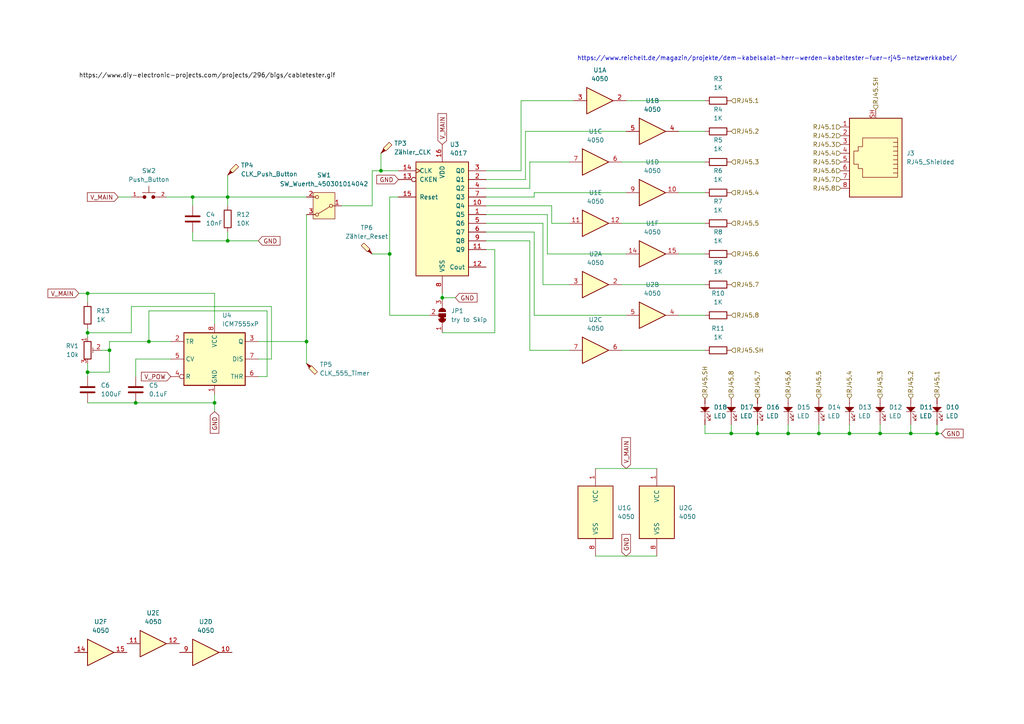
<source format=kicad_sch>
(kicad_sch (version 20250114) (generator "eeschema") (generator_version "9.0")
  (paper "A4")
  (lib_symbols
    (symbol "4xxx:4017" (pin_names (offset 1.016))
      (property "Reference" "U" (at -7.62 16.51 0))
      (property "Value" "4017" (at -7.62 -19.05 0))
      (symbol "4017_1_0"
        (pin input clock (at -12.7 12.7 0) (length 5.08) (name "CLK") (number "14"))
        (pin input inverted (at -12.7 10.16 0) (length 5.08) (name "CKEN") (number "13"))
        (pin input line (at -12.7 5.08 0) (length 5.08) (name "Reset") (number "15"))
        (pin power_in line (at 0 20.32 270) (length 5.08) (name "VDD") (number "16"))
        (pin power_in line (at 0 -22.86 90) (length 5.08) (name "VSS") (number "8"))
        (pin output line (at 12.7 12.7 180) (length 5.08) (name "Q0") (number "3"))
        (pin output line (at 12.7 10.16 180) (length 5.08) (name "Q1") (number "2"))
        (pin output line (at 12.7 7.62 180) (length 5.08) (name "Q2") (number "4"))
        (pin output line (at 12.7 5.08 180) (length 5.08) (name "Q3") (number "7"))
        (pin output line (at 12.7 2.54 180) (length 5.08) (name "Q4") (number "10"))
        (pin output line (at 12.7 0 180) (length 5.08) (name "Q5") (number "1"))
        (pin output line (at 12.7 -2.54 180) (length 5.08) (name "Q6") (number "5"))
        (pin output line (at 12.7 -5.08 180) (length 5.08) (name "Q7") (number "6"))
        (pin output line (at 12.7 -7.62 180) (length 5.08) (name "Q8") (number "9"))
        (pin output line (at 12.7 -10.16 180) (length 5.08) (name "Q9") (number "11"))
        (pin output line (at 12.7 -15.24 180) (length 5.08) (name "Cout") (number "12"))
      )
      (symbol "4017_1_1"
        (rectangle (start -7.62 15.24) (end 7.62 -17.78) (stroke (width 0.254)) (fill (type background)))
      )
    )
    (symbol "4xxx:4050" (pin_names (offset 1.016))
      (property "Reference" "U" (at 0 1.27 0))
      (property "Value" "4050" (at 0 -1.27 0))
      (symbol "4050_1_0"
        (polyline (pts (xy -3.81 3.81) (xy -3.81 -3.81) (xy 3.81 0) (xy -3.81 3.81)) (stroke (width 0.254)) (fill (type background)))
        (pin input line (at -7.62 0 0) (length 3.81) (name "~") (number "3"))
        (pin output line (at 7.62 0 180) (length 3.81) (name "~") (number "2"))
      )
      (symbol "4050_2_0"
        (polyline (pts (xy -3.81 3.81) (xy -3.81 -3.81) (xy 3.81 0) (xy -3.81 3.81)) (stroke (width 0.254)) (fill (type background)))
        (pin input line (at -7.62 0 0) (length 3.81) (name "~") (number "5"))
        (pin output line (at 7.62 0 180) (length 3.81) (name "~") (number "4"))
      )
      (symbol "4050_3_0"
        (polyline (pts (xy -3.81 3.81) (xy -3.81 -3.81) (xy 3.81 0) (xy -3.81 3.81)) (stroke (width 0.254)) (fill (type background)))
        (pin input line (at -7.62 0 0) (length 3.81) (name "~") (number "7"))
        (pin output line (at 7.62 0 180) (length 3.81) (name "~") (number "6"))
      )
      (symbol "4050_4_0"
        (polyline (pts (xy -3.81 3.81) (xy -3.81 -3.81) (xy 3.81 0) (xy -3.81 3.81)) (stroke (width 0.254)) (fill (type background)))
        (pin input line (at -7.62 0 0) (length 3.81) (name "~") (number "9"))
        (pin output line (at 7.62 0 180) (length 3.81) (name "~") (number "10"))
      )
      (symbol "4050_5_0"
        (polyline (pts (xy -3.81 3.81) (xy -3.81 -3.81) (xy 3.81 0) (xy -3.81 3.81)) (stroke (width 0.254)) (fill (type background)))
        (pin input line (at -7.62 0 0) (length 3.81) (name "~") (number "11"))
        (pin output line (at 7.62 0 180) (length 3.81) (name "~") (number "12"))
      )
      (symbol "4050_6_0"
        (polyline (pts (xy -3.81 3.81) (xy -3.81 -3.81) (xy 3.81 0) (xy -3.81 3.81)) (stroke (width 0.254)) (fill (type background)))
        (pin input line (at -7.62 0 0) (length 3.81) (name "~") (number "14"))
        (pin output line (at 7.62 0 180) (length 3.81) (name "~") (number "15"))
      )
      (symbol "4050_7_0"
        (pin power_in line (at 0 12.7 270) (length 5.08) (name "VCC") (number "1"))
        (pin power_in line (at 0 -12.7 90) (length 5.08) (name "VSS") (number "8"))
      )
      (symbol "4050_7_1"
        (rectangle (start -5.08 7.62) (end 5.08 -7.62) (stroke (width 0.254)) (fill (type background)))
      )
    )
    (symbol "Connector:RJ45_Shielded" (pin_names (offset 1.016))
      (property "Reference" "J" (at -5.08 13.97 0))
      (property "Value" "RJ45_Shielded" (at 2.54 13.97 0))
      (symbol "RJ45_Shielded_0_1"
        (polyline (pts (xy -6.35 1.905) (xy -5.08 1.905) (xy -5.08 1.905)))
        (polyline (pts (xy -6.35 0.635) (xy -5.08 0.635) (xy -5.08 0.635)))
        (polyline (pts (xy -6.35 -0.635) (xy -5.08 -0.635) (xy -5.08 -0.635)))
        (polyline (pts (xy -6.35 -1.905) (xy -5.08 -1.905) (xy -5.08 -1.905)))
        (polyline (pts (xy -6.35 -3.175) (xy -5.08 -3.175) (xy -5.08 -3.175)))
        (polyline (pts (xy -6.35 -4.445) (xy -6.35 6.985) (xy 3.81 6.985) (xy 3.81 4.445) (xy 5.08 4.445) (xy 5.08 3.175) (xy 6.35 3.175) (xy 6.35 -0.635) (xy 5.08 -0.635) (xy 5.08 -1.905) (xy 3.81 -1.905) (xy 3.81 -4.445) (xy -6.35 -4.445) (xy -6.35 -4.445)))
        (polyline (pts (xy -5.08 5.715) (xy -6.35 5.715)))
        (polyline (pts (xy -5.08 4.445) (xy -6.35 4.445)))
        (polyline (pts (xy -5.08 3.175) (xy -6.35 3.175) (xy -6.35 3.175)))
        (rectangle (start 7.62 12.7) (end -7.62 -10.16) (stroke (width 0.254)) (fill (type background)))
      )
      (symbol "RJ45_Shielded_1_1"
        (pin passive line (at 0 -12.7 90) (length 2.54) (name "~") (number "SH"))
        (pin passive line (at 10.16 10.16 180) (length 2.54) (name "~") (number "8"))
        (pin passive line (at 10.16 7.62 180) (length 2.54) (name "~") (number "7"))
        (pin passive line (at 10.16 5.08 180) (length 2.54) (name "~") (number "6"))
        (pin passive line (at 10.16 2.54 180) (length 2.54) (name "~") (number "5"))
        (pin passive line (at 10.16 0 180) (length 2.54) (name "~") (number "4"))
        (pin passive line (at 10.16 -2.54 180) (length 2.54) (name "~") (number "3"))
        (pin passive line (at 10.16 -5.08 180) (length 2.54) (name "~") (number "2"))
        (pin passive line (at 10.16 -7.62 180) (length 2.54) (name "~") (number "1"))
      )
    )
    (symbol "Connector:TestPoint_Probe" (pin_numbers (hide yes)) (pin_names (offset 0.762) (hide yes))
      (property "Reference" "TP" (at 1.651 5.842 0))
      (property "Value" "TestPoint_Probe" (at 1.651 4.064 0))
      (symbol "TestPoint_Probe_0_1"
        (polyline (pts (xy 1.27 0.762) (xy 0 0) (xy 0.762 1.27) (xy 1.27 0.762)) (fill (type outline)))
        (polyline (pts (xy 1.397 0.635) (xy 0.635 1.397) (xy 2.413 3.175) (xy 3.175 2.413) (xy 1.397 0.635)) (fill (type background)))
      )
      (symbol "TestPoint_Probe_1_1"
        (pin passive line (at 0 0 90) (length 0) (name "1") (number "1"))
      )
    )
    (symbol "Device:C" (pin_numbers (hide yes)) (pin_names (offset 0.254))
      (property "Reference" "C" (at 0.635 2.54 0))
      (property "Value" "C" (at 0.635 -2.54 0))
      (symbol "C_0_1"
        (polyline (pts (xy -2.032 0.762) (xy 2.032 0.762)) (stroke (width 0.508)))
        (polyline (pts (xy -2.032 -0.762) (xy 2.032 -0.762)) (stroke (width 0.508)))
      )
      (symbol "C_1_1"
        (pin passive line (at 0 3.81 270) (length 2.794) (name "~") (number "1"))
        (pin passive line (at 0 -3.81 90) (length 2.794) (name "~") (number "2"))
      )
    )
    (symbol "Device:R" (pin_numbers (hide yes)) (pin_names (offset 0))
      (property "Reference" "R" (at 2.032 0 90))
      (property "Value" "R" (at 0 0 90))
      (symbol "R_0_1"
        (rectangle (start -1.016 -2.54) (end 1.016 2.54) (stroke (width 0.254)))
      )
      (symbol "R_1_1"
        (pin passive line (at 0 3.81 270) (length 1.27) (name "~") (number "1"))
        (pin passive line (at 0 -3.81 90) (length 1.27) (name "~") (number "2"))
      )
    )
    (symbol "Device:R_Potentiometer_Trim" (pin_names (offset 1.016) (hide yes))
      (property "Reference" "RV" (at -4.445 0 90))
      (property "Value" "R_Potentiometer_Trim" (at -2.54 0 90))
      (symbol "R_Potentiometer_Trim_0_1"
        (rectangle (start 1.016 2.54) (end -1.016 -2.54) (stroke (width 0.254)))
        (polyline (pts (xy 1.524 0.762) (xy 1.524 -0.762)))
        (polyline (pts (xy 2.54 0) (xy 1.524 0)))
      )
      (symbol "R_Potentiometer_Trim_1_1"
        (pin passive line (at 0 3.81 270) (length 1.27) (name "1") (number "1"))
        (pin passive line (at 0 -3.81 90) (length 1.27) (name "3") (number "3"))
        (pin passive line (at 3.81 0 180) (length 1.27) (name "2") (number "2"))
      )
    )
    (symbol "Jumper:SolderJumper_3_Bridged12" (pin_names (offset 0) (hide yes)) (exclude_from_sim yes) (in_bom no)
      (property "Reference" "JP" (at -2.54 -2.54 0))
      (property "Value" "SolderJumper_3_Bridged12" (at 0 2.794 0))
      (symbol "SolderJumper_3_Bridged12_0_1"
        (polyline (pts (xy -2.54 0) (xy -2.032 0)))
        (polyline (pts (xy -1.016 1.016) (xy -1.016 -1.016)))
        (rectangle (start -1.016 0.508) (end -0.508 -0.508) (fill (type outline)))
        (arc (start -1.016 -1.016) (mid -2.0276 0) (end -1.016 1.016))
        (arc (start -1.016 -1.016) (mid -2.0276 0) (end -1.016 1.016) (fill (type outline)))
        (rectangle (start -0.508 1.016) (end 0.508 -1.016) (fill (type outline)))
        (polyline (pts (xy 0 -1.27) (xy 0 -1.016)))
        (arc (start 1.016 1.016) (mid 2.0276 0) (end 1.016 -1.016))
        (arc (start 1.016 1.016) (mid 2.0276 0) (end 1.016 -1.016) (fill (type outline)))
        (polyline (pts (xy 1.016 1.016) (xy 1.016 -1.016)))
        (polyline (pts (xy 2.54 0) (xy 2.032 0)))
      )
      (symbol "SolderJumper_3_Bridged12_1_1"
        (pin passive line (at -5.08 0 0) (length 2.54) (name "A") (number "1"))
        (pin passive line (at 0 -3.81 90) (length 2.54) (name "C") (number "2"))
        (pin passive line (at 5.08 0 180) (length 2.54) (name "B") (number "3"))
      )
    )
    (symbol "PCM_SL_Devices:LED"
      (property "Reference" "D" (at -0.508 5.334 0))
      (property "Value" "LED" (at -0.508 2.794 0))
      (symbol "LED_0_1"
        (polyline (pts (xy -1.27 0) (xy -2.54 0)))
        (polyline (pts (xy 0 1.27) (xy 0 -1.27)))
        (polyline (pts (xy 0 0) (xy -1.27 -1.27) (xy -1.27 1.27) (xy 0 0) (xy 1.27 0)) (fill (type outline)))
        (polyline (pts (xy 0.508 0.508) (xy 1.524 1.524)))
        (polyline (pts (xy 1.27 0) (xy 2.54 0)))
        (polyline (pts (xy 1.524 1.524) (xy 0.889 1.524)))
        (polyline (pts (xy 1.524 1.524) (xy 1.524 0.889)))
        (polyline (pts (xy 1.524 0.508) (xy 2.54 1.524)))
        (polyline (pts (xy 2.54 1.524) (xy 1.905 1.524)))
        (polyline (pts (xy 2.54 1.524) (xy 2.54 0.889)))
      )
      (symbol "LED_1_1"
        (pin passive line (at -3.81 0 0) (length 1.5) (name "") (number "2"))
        (pin passive line (at 3.81 0 180) (length 1.5) (name "~") (number "1"))
      )
    )
    (symbol "PCM_SL_Devices:Push_Button"
      (property "Reference" "SW" (at 0 6.35 0))
      (property "Value" "Push_Button" (at 0 4.445 0))
      (symbol "Push_Button_0_1"
        (polyline (pts (xy -3.175 0) (xy -1.778 0)))
        (polyline (pts (xy -1.905 1.27) (xy 1.905 1.27)))
        (circle (center -1.27 0) (radius 0.4579) (fill (type outline)))
        (polyline (pts (xy 0 1.27) (xy 0 3.175)))
        (circle (center 1.27 0) (radius 0.4579) (fill (type outline)))
        (polyline (pts (xy 1.778 0) (xy 3.175 0)))
      )
      (symbol "Push_Button_1_1"
        (pin passive line (at -5.08 0 0) (length 2) (name "") (number "1"))
        (pin passive line (at 5.08 0 180) (length 2) (name "") (number "2"))
      )
    )
    (symbol "Switch:SW_Wuerth_450301014042" (pin_names (offset 1) (hide yes))
      (property "Reference" "SW" (at 0 5.08 0))
      (property "Value" "SW_Wuerth_450301014042" (at 0 -5.08 0))
      (symbol "SW_Wuerth_450301014042_0_1"
        (circle (center -2.032 0) (radius 0.4572))
        (polyline (pts (xy -1.651 0.254) (xy 1.651 2.286)))
        (circle (center 2.032 2.54) (radius 0.4572))
        (circle (center 2.032 -2.54) (radius 0.4572))
      )
      (symbol "SW_Wuerth_450301014042_1_1"
        (rectangle (start -3.175 3.81) (end 3.175 -3.81) (fill (type background)))
        (pin passive line (at -5.08 0 0) (length 2.54) (name "B") (number "1"))
        (pin passive line (at 5.08 2.54 180) (length 2.54) (name "A") (number "3"))
        (pin passive line (at 5.08 -2.54 180) (length 2.54) (name "C") (number "2"))
      )
    )
    (symbol "Timer:ICM7555xP"
      (property "Reference" "U" (at -10.16 8.89 0))
      (property "Value" "ICM7555xP" (at 2.54 8.89 0))
      (symbol "ICM7555xP_0_0"
        (pin power_in line (at 0 10.16 270) (length 2.54) (name "VCC") (number "8"))
        (pin power_in line (at 0 -10.16 90) (length 2.54) (name "GND") (number "1"))
      )
      (symbol "ICM7555xP_0_1"
        (rectangle (start -8.89 -7.62) (end 8.89 7.62) (stroke (width 0.254)) (fill (type background)))
        (rectangle (start -8.89 -7.62) (end 8.89 7.62) (stroke (width 0.254)) (fill (type background)))
      )
      (symbol "ICM7555xP_1_1"
        (pin input line (at -12.7 5.08 0) (length 3.81) (name "TR") (number "2"))
        (pin input line (at -12.7 0 0) (length 3.81) (name "CV") (number "5"))
        (pin input inverted (at -12.7 -5.08 0) (length 3.81) (name "R") (number "4"))
        (pin output line (at 12.7 5.08 180) (length 3.81) (name "Q") (number "3"))
        (pin input line (at 12.7 0 180) (length 3.81) (name "DIS") (number "7"))
        (pin input line (at 12.7 -5.08 180) (length 3.81) (name "THR") (number "6"))
      )
    )
  )
  (text "https://www.reichelt.de/magazin/projekte/dem-kabelsalat-herr-werden-kabeltester-fuer-rj45-netzwerkkabel/" (at 222.504 17.018 0) (effects (font (size 1.27 1.27))))
  (junction (at 219.71 125.73))
  (junction (at 25.4 85.09))
  (junction (at 113.03 73.66))
  (junction (at 55.88 57.15))
  (junction (at 264.16 125.73))
  (junction (at 228.6 125.73))
  (junction (at 255.27 125.73))
  (junction (at 31.75 101.6))
  (junction (at 246.38 125.73))
  (junction (at 39.37 116.84))
  (junction (at 88.9 99.06))
  (junction (at 25.4 96.52))
  (junction (at 110.49 49.53))
  (junction (at 128.27 86.36))
  (junction (at 212.09 125.73))
  (junction (at 25.4 107.95))
  (junction (at 66.04 57.15))
  (junction (at 62.23 116.84))
  (junction (at 43.18 99.06))
  (junction (at 237.49 125.73))
  (junction (at 271.78 125.73))
  (junction (at 66.04 69.85))
  (wire (pts (xy 77.47 90.17) (xy 43.18 90.17)))
  (wire (pts (xy 55.88 59.69) (xy 55.88 57.15)))
  (wire (pts (xy 154.94 55.88) (xy 181.61 55.88)))
  (wire (pts (xy 128.27 85.09) (xy 128.27 86.36)))
  (wire (pts (xy 113.03 57.15) (xy 113.03 73.66)))
  (wire (pts (xy 39.37 116.84) (xy 62.23 116.84)))
  (wire (pts (xy 66.04 57.15) (xy 66.04 59.69)))
  (wire (pts (xy 153.67 69.85) (xy 153.67 101.6)))
  (wire (pts (xy 29.21 101.6) (xy 31.75 101.6)))
  (wire (pts (xy 31.75 107.95) (xy 25.4 107.95)))
  (wire (pts (xy 22.86 85.09) (xy 25.4 85.09)))
  (wire (pts (xy 140.97 69.85) (xy 153.67 69.85)))
  (wire (pts (xy 25.4 116.84) (xy 39.37 116.84)))
  (wire (pts (xy 154.94 91.44) (xy 181.61 91.44)))
  (wire (pts (xy 151.13 29.21) (xy 166.37 29.21)))
  (wire (pts (xy 99.06 59.69) (xy 107.95 59.69)))
  (wire (pts (xy 88.9 62.23) (xy 88.9 99.06)))
  (wire (pts (xy 25.4 95.25) (xy 25.4 96.52)))
  (wire (pts (xy 74.93 99.06) (xy 88.9 99.06)))
  (wire (pts (xy 110.49 49.53) (xy 115.57 49.53)))
  (wire (pts (xy 140.97 54.61) (xy 153.67 54.61)))
  (wire (pts (xy 264.16 125.73) (xy 271.78 125.73)))
  (wire (pts (xy 25.4 105.41) (xy 25.4 107.95)))
  (wire (pts (xy 115.57 57.15) (xy 113.03 57.15)))
  (wire (pts (xy 152.4 38.1) (xy 181.61 38.1)))
  (wire (pts (xy 38.1 96.52) (xy 25.4 96.52)))
  (wire (pts (xy 43.18 90.17) (xy 43.18 99.06)))
  (wire (pts (xy 62.23 85.09) (xy 62.23 93.98)))
  (wire (pts (xy 124.46 91.44) (xy 113.03 91.44)))
  (wire (pts (xy 31.75 101.6) (xy 31.75 107.95)))
  (wire (pts (xy 25.4 85.09) (xy 25.4 87.63)))
  (wire (pts (xy 66.04 50.8) (xy 66.04 57.15)))
  (wire (pts (xy 196.85 55.88) (xy 204.47 55.88)))
  (wire (pts (xy 77.47 109.22) (xy 77.47 90.17)))
  (wire (pts (xy 66.04 67.31) (xy 66.04 69.85)))
  (wire (pts (xy 157.48 64.77) (xy 157.48 82.55)))
  (wire (pts (xy 273.05 125.73) (xy 271.78 125.73)))
  (wire (pts (xy 74.93 104.14) (xy 78.74 104.14)))
  (wire (pts (xy 158.75 73.66) (xy 181.61 73.66)))
  (wire (pts (xy 66.04 57.15) (xy 88.9 57.15)))
  (wire (pts (xy 25.4 96.52) (xy 25.4 97.79)))
  (wire (pts (xy 160.02 64.77) (xy 165.1 64.77)))
  (wire (pts (xy 25.4 85.09) (xy 62.23 85.09)))
  (wire (pts (xy 62.23 116.84) (xy 62.23 114.3)))
  (wire (pts (xy 34.29 57.15) (xy 38.1 57.15)))
  (wire (pts (xy 196.85 73.66) (xy 204.47 73.66)))
  (wire (pts (xy 78.74 104.14) (xy 78.74 88.9)))
  (wire (pts (xy 153.67 101.6) (xy 165.1 101.6)))
  (wire (pts (xy 140.97 52.07) (xy 152.4 52.07)))
  (wire (pts (xy 180.34 64.77) (xy 204.47 64.77)))
  (wire (pts (xy 107.95 59.69) (xy 107.95 49.53)))
  (wire (pts (xy 181.61 29.21) (xy 204.47 29.21)))
  (wire (pts (xy 31.75 99.06) (xy 31.75 101.6)))
  (wire (pts (xy 158.75 62.23) (xy 158.75 73.66)))
  (wire (pts (xy 219.71 123.19) (xy 219.71 125.73)))
  (wire (pts (xy 74.93 69.85) (xy 66.04 69.85)))
  (wire (pts (xy 140.97 62.23) (xy 158.75 62.23)))
  (wire (pts (xy 152.4 52.07) (xy 152.4 38.1)))
  (wire (pts (xy 160.02 59.69) (xy 160.02 64.77)))
  (wire (pts (xy 140.97 67.31) (xy 154.94 67.31)))
  (wire (pts (xy 246.38 125.73) (xy 255.27 125.73)))
  (wire (pts (xy 88.9 105.41) (xy 88.9 99.06)))
  (wire (pts (xy 204.47 123.19) (xy 204.47 125.73)))
  (wire (pts (xy 140.97 64.77) (xy 157.48 64.77)))
  (wire (pts (xy 153.67 46.99) (xy 165.1 46.99)))
  (wire (pts (xy 219.71 125.73) (xy 228.6 125.73)))
  (wire (pts (xy 237.49 123.19) (xy 237.49 125.73)))
  (wire (pts (xy 39.37 104.14) (xy 49.53 104.14)))
  (wire (pts (xy 154.94 67.31) (xy 154.94 91.44)))
  (wire (pts (xy 255.27 125.73) (xy 264.16 125.73)))
  (wire (pts (xy 180.34 101.6) (xy 204.47 101.6)))
  (wire (pts (xy 140.97 49.53) (xy 151.13 49.53)))
  (wire (pts (xy 38.1 88.9) (xy 38.1 96.52)))
  (wire (pts (xy 246.38 123.19) (xy 246.38 125.73)))
  (wire (pts (xy 143.51 72.39) (xy 143.51 96.52)))
  (wire (pts (xy 140.97 57.15) (xy 154.94 57.15)))
  (wire (pts (xy 74.93 109.22) (xy 77.47 109.22)))
  (wire (pts (xy 62.23 116.84) (xy 62.23 119.38)))
  (wire (pts (xy 143.51 72.39) (xy 140.97 72.39)))
  (wire (pts (xy 107.95 73.66) (xy 113.03 73.66)))
  (wire (pts (xy 107.95 49.53) (xy 110.49 49.53)))
  (wire (pts (xy 157.48 82.55) (xy 165.1 82.55)))
  (wire (pts (xy 43.18 99.06) (xy 31.75 99.06)))
  (wire (pts (xy 132.08 86.36) (xy 128.27 86.36)))
  (wire (pts (xy 48.26 57.15) (xy 55.88 57.15)))
  (wire (pts (xy 180.34 82.55) (xy 204.47 82.55)))
  (wire (pts (xy 128.27 96.52) (xy 143.51 96.52)))
  (wire (pts (xy 180.34 46.99) (xy 204.47 46.99)))
  (wire (pts (xy 172.72 161.29) (xy 190.5 161.29)))
  (wire (pts (xy 153.67 54.61) (xy 153.67 46.99)))
  (wire (pts (xy 78.74 88.9) (xy 38.1 88.9)))
  (wire (pts (xy 25.4 107.95) (xy 25.4 109.22)))
  (wire (pts (xy 55.88 69.85) (xy 55.88 67.31)))
  (wire (pts (xy 55.88 57.15) (xy 66.04 57.15)))
  (wire (pts (xy 228.6 123.19) (xy 228.6 125.73)))
  (wire (pts (xy 212.09 125.73) (xy 219.71 125.73)))
  (wire (pts (xy 66.04 69.85) (xy 55.88 69.85)))
  (wire (pts (xy 154.94 57.15) (xy 154.94 55.88)))
  (wire (pts (xy 228.6 125.73) (xy 237.49 125.73)))
  (wire (pts (xy 196.85 38.1) (xy 204.47 38.1)))
  (wire (pts (xy 110.49 44.45) (xy 110.49 49.53)))
  (wire (pts (xy 212.09 123.19) (xy 212.09 125.73)))
  (wire (pts (xy 264.16 123.19) (xy 264.16 125.73)))
  (wire (pts (xy 204.47 125.73) (xy 212.09 125.73)))
  (wire (pts (xy 151.13 49.53) (xy 151.13 29.21)))
  (wire (pts (xy 271.78 125.73) (xy 271.78 123.19)))
  (wire (pts (xy 196.85 91.44) (xy 204.47 91.44)))
  (wire (pts (xy 172.72 135.89) (xy 190.5 135.89)))
  (wire (pts (xy 255.27 123.19) (xy 255.27 125.73)))
  (wire (pts (xy 237.49 125.73) (xy 246.38 125.73)))
  (wire (pts (xy 49.53 99.06) (xy 43.18 99.06)))
  (wire (pts (xy 140.97 59.69) (xy 160.02 59.69)))
  (wire (pts (xy 39.37 109.22) (xy 39.37 104.14)))
  (wire (pts (xy 113.03 73.66) (xy 113.03 91.44)))
  (label "https:{slash}{slash}www.diy-electronic-projects.com{slash}projects{slash}296{slash}bigs{slash}cabletester.gif" (at 22.86 22.86 0))
  (global_label "GND" (shape input) (at 115.57 52.07 180) (property "Intersheetrefs" "${INTERSHEET_REFS}" (effects (hide yes))))
  (global_label "V_MAIN" (shape input) (at 22.86 85.09 180) (property "Intersheetrefs" "${INTERSHEET_REFS}" (effects (hide yes))))
  (global_label "V_MAIN" (shape input) (at 34.29 57.15 180) (property "Intersheetrefs" "${INTERSHEET_REFS}" (effects (hide yes))))
  (global_label "V_MAIN" (shape input) (at 181.61 135.89 90) (property "Intersheetrefs" "${INTERSHEET_REFS}" (effects (hide yes))))
  (global_label "GND" (shape input) (at 132.08 86.36 0) (property "Intersheetrefs" "${INTERSHEET_REFS}" (effects (hide yes))))
  (global_label "GND" (shape input) (at 181.61 161.29 90) (property "Intersheetrefs" "${INTERSHEET_REFS}" (effects (hide yes))))
  (global_label "GND" (shape input) (at 273.05 125.73 0) (property "Intersheetrefs" "${INTERSHEET_REFS}" (effects (hide yes))))
  (global_label "V_MAIN" (shape input) (at 128.27 41.91 90) (property "Intersheetrefs" "${INTERSHEET_REFS}" (effects (hide yes))))
  (global_label "GND" (shape input) (at 62.23 119.38 270) (property "Intersheetrefs" "${INTERSHEET_REFS}" (effects (hide yes))))
  (global_label "V_POW" (shape input) (at 49.53 109.22 180) (property "Intersheetrefs" "${INTERSHEET_REFS}" (effects (hide yes))))
  (global_label "GND" (shape input) (at 74.93 69.85 0) (property "Intersheetrefs" "${INTERSHEET_REFS}" (effects (hide yes))))
  (hierarchical_label "RJ45.2" (shape input) (at 264.16 115.57 90))
  (hierarchical_label "RJ45.6" (shape input) (at 212.09 73.66 0))
  (hierarchical_label "RJ45.8" (shape input) (at 212.09 115.57 90))
  (hierarchical_label "RJ45.5" (shape input) (at 243.84 46.99 180))
  (hierarchical_label "RJ45.4" (shape input) (at 246.38 115.57 90))
  (hierarchical_label "RJ45.SH" (shape input) (at 254 31.75 90))
  (hierarchical_label "RJ45.3" (shape input) (at 212.09 46.99 0))
  (hierarchical_label "RJ45.5" (shape input) (at 237.49 115.57 90))
  (hierarchical_label "RJ45.SH" (shape input) (at 212.09 101.6 0))
  (hierarchical_label "RJ45.3" (shape input) (at 243.84 41.91 180))
  (hierarchical_label "RJ45.1" (shape input) (at 212.09 29.21 0))
  (hierarchical_label "RJ45.1" (shape input) (at 271.78 115.57 90))
  (hierarchical_label "RJ45.SH" (shape input) (at 204.47 115.57 90))
  (hierarchical_label "RJ45.7" (shape input) (at 212.09 82.55 0))
  (hierarchical_label "RJ45.3" (shape input) (at 255.27 115.57 90))
  (hierarchical_label "RJ45.5" (shape input) (at 212.09 64.77 0))
  (hierarchical_label "RJ45.4" (shape input) (at 212.09 55.88 0))
  (hierarchical_label "RJ45.2" (shape input) (at 243.84 39.37 180))
  (hierarchical_label "RJ45.8" (shape input) (at 243.84 54.61 180))
  (hierarchical_label "RJ45.1" (shape input) (at 243.84 36.83 180))
  (hierarchical_label "RJ45.2" (shape input) (at 212.09 38.1 0))
  (hierarchical_label "RJ45.8" (shape input) (at 212.09 91.44 0))
  (hierarchical_label "RJ45.7" (shape input) (at 219.71 115.57 90))
  (hierarchical_label "RJ45.6" (shape input) (at 228.6 115.57 90))
  (hierarchical_label "RJ45.6" (shape input) (at 243.84 49.53 180))
  (hierarchical_label "RJ45.7" (shape input) (at 243.84 52.07 180))
  (hierarchical_label "RJ45.4" (shape input) (at 243.84 44.45 180))
  (symbol (lib_id "Connector:TestPoint_Probe") (at 66.04 50.8 0) (unit 1)
    (property "Reference" "TP4" (at 69.85 47.9424 0) (effects (justify left)))
    (property "Value" "CLK_Push_Button" (at 69.85 50.4824 0) (effects (justify left)))
    (property "Footprint" "TestPoint:TestPoint_Pad_3.0x3.0mm" (effects (hide yes)))
    (property "Description" "test point (alternative probe-style design)" (effects (hide yes)))
  )
  (symbol (lib_id "Device:R") (at 208.28 73.66 270) (unit 1)
    (property "Reference" "R8" (at 208.28 67.31 90))
    (property "Value" "1K" (at 208.28 69.85 90))
    (property "Footprint" "PCM_Resistor_THT_AKL:R_Axial_DIN0309_L9.0mm_D3.2mm_P12.70mm_Horizontal" (effects (hide yes)))
    (property "Description" "Resistor" (effects (hide yes)))
  )
  (symbol (lib_id "4xxx:4050") (at 44.45 186.69 0) (unit 5)
    (property "Reference" "U2" (at 44.45 177.8 0))
    (property "Value" "4050" (at 44.45 180.34 0))
    (property "Footprint" "Package_SO:SOP-16_4.55x10.3mm_P1.27mm" (effects (hide yes)))
    (property "Datasheet" "http://www.intersil.com/content/dam/intersil/documents/cd40/cd4050bms.pdf" (effects (hide yes)))
    (property "Description" "Hex Buffer" (effects (hide yes)))
  )
  (symbol (lib_id "Device:C") (at 55.88 63.5 0) (unit 1)
    (property "Reference" "C4" (at 59.69 62.2299 0) (effects (justify left)))
    (property "Value" "10nF" (at 59.69 64.7699 0) (effects (justify left)))
    (property "Footprint" "Capacitor_THT:C_Rect_L7.0mm_W2.5mm_P5.00mm" (effects (hide yes)))
    (property "Description" "Unpolarized capacitor" (effects (hide yes)))
  )
  (symbol (lib_id "4xxx:4050") (at 29.21 189.23 0) (unit 6)
    (property "Reference" "U2" (at 29.21 180.34 0))
    (property "Value" "4050" (at 29.21 182.88 0))
    (property "Footprint" "Package_SO:SOP-16_4.55x10.3mm_P1.27mm" (effects (hide yes)))
    (property "Datasheet" "http://www.intersil.com/content/dam/intersil/documents/cd40/cd4050bms.pdf" (effects (hide yes)))
    (property "Description" "Hex Buffer" (effects (hide yes)))
  )
  (symbol (lib_id "PCM_SL_Devices:LED") (at 237.49 119.38 270) (unit 1)
    (property "Reference" "D14" (at 240.03 118.1099 90) (effects (justify left)))
    (property "Value" "LED" (at 240.03 120.6499 90) (effects (justify left)))
    (property "Footprint" "LED_THT:LED_D5.0mm" (effects (hide yes)))
    (property "Description" "Common 5mm diameter LED" (effects (hide yes)))
  )
  (symbol (lib_id "Device:C") (at 25.4 113.03 0) (unit 1)
    (property "Reference" "C6" (at 29.21 111.7599 0) (effects (justify left)))
    (property "Value" "100uF" (at 29.21 114.2999 0) (effects (justify left)))
    (property "Footprint" "Capacitor_THT:C_Rect_L7.0mm_W2.5mm_P5.00mm" (effects (hide yes)))
    (property "Description" "Unpolarized capacitor" (effects (hide yes)))
  )
  (symbol (lib_id "Device:R") (at 208.28 38.1 270) (unit 1)
    (property "Reference" "R4" (at 208.28 31.75 90))
    (property "Value" "1K" (at 208.28 34.29 90))
    (property "Footprint" "PCM_Resistor_THT_AKL:R_Axial_DIN0309_L9.0mm_D3.2mm_P12.70mm_Horizontal" (effects (hide yes)))
    (property "Description" "Resistor" (effects (hide yes)))
  )
  (symbol (lib_id "PCM_SL_Devices:LED") (at 228.6 119.38 270) (unit 1)
    (property "Reference" "D15" (at 231.14 118.1099 90) (effects (justify left)))
    (property "Value" "LED" (at 231.14 120.6499 90) (effects (justify left)))
    (property "Footprint" "LED_THT:LED_D5.0mm" (effects (hide yes)))
    (property "Description" "Common 5mm diameter LED" (effects (hide yes)))
  )
  (symbol (lib_id "4xxx:4050") (at 172.72 64.77 0) (unit 5)
    (property "Reference" "U1" (at 172.72 55.88 0))
    (property "Value" "4050" (at 172.72 58.42 0))
    (property "Footprint" "Package_SO:SOP-16_4.55x10.3mm_P1.27mm" (effects (hide yes)))
    (property "Datasheet" "http://www.intersil.com/content/dam/intersil/documents/cd40/cd4050bms.pdf" (effects (hide yes)))
    (property "Description" "Hex Buffer" (effects (hide yes)))
  )
  (symbol (lib_id "Connector:RJ45_Shielded") (at 254 44.45 180) (unit 1)
    (property "Reference" "J3" (at 262.89 44.4499 0) (effects (justify right)))
    (property "Value" "RJ45_Shielded" (at 262.89 46.9899 0) (effects (justify right)))
    (property "Footprint" "Connector_RJ:RJ45_Ninigi_GE" (effects (hide yes)))
    (property "Description" "RJ connector, 8P8C (8 positions 8 connected), Shielded" (effects (hide yes)))
  )
  (symbol (lib_id "4xxx:4050") (at 172.72 101.6 0) (unit 3)
    (property "Reference" "U2" (at 172.72 92.71 0))
    (property "Value" "4050" (at 172.72 95.25 0))
    (property "Footprint" "Package_SO:SOP-16_4.55x10.3mm_P1.27mm" (effects (hide yes)))
    (property "Datasheet" "http://www.intersil.com/content/dam/intersil/documents/cd40/cd4050bms.pdf" (effects (hide yes)))
    (property "Description" "Hex Buffer" (effects (hide yes)))
  )
  (symbol (lib_id "Device:R_Potentiometer_Trim") (at 25.4 101.6 0) (unit 1)
    (property "Reference" "RV1" (at 22.86 100.3299 0) (effects (justify right)))
    (property "Value" "10k" (at 22.86 102.8699 0) (effects (justify right)))
    (property "Footprint" "PCM_Potentiometer_THT_AKL:Potentiometer_Bourns_3386C_Horizontal" (effects (hide yes)))
    (property "Description" "Trim-potentiometer" (effects (hide yes)))
  )
  (symbol (lib_id "Device:R") (at 66.04 63.5 0) (unit 1)
    (property "Reference" "R12" (at 68.58 62.2299 0) (effects (justify left)))
    (property "Value" "10K" (at 68.58 64.7699 0) (effects (justify left)))
    (property "Footprint" "PCM_Resistor_THT_AKL:R_Axial_DIN0309_L9.0mm_D3.2mm_P12.70mm_Horizontal" (effects (hide yes)))
    (property "Description" "Resistor" (effects (hide yes)))
  )
  (symbol (lib_id "Device:R") (at 208.28 55.88 270) (unit 1)
    (property "Reference" "R6" (at 208.28 49.53 90))
    (property "Value" "1K" (at 208.28 52.07 90))
    (property "Footprint" "PCM_Resistor_THT_AKL:R_Axial_DIN0309_L9.0mm_D3.2mm_P12.70mm_Horizontal" (effects (hide yes)))
    (property "Description" "Resistor" (effects (hide yes)))
  )
  (symbol (lib_id "4xxx:4050") (at 189.23 55.88 0) (unit 4)
    (property "Reference" "U1" (at 189.23 46.99 0))
    (property "Value" "4050" (at 189.23 49.53 0))
    (property "Footprint" "Package_SO:SOP-16_4.55x10.3mm_P1.27mm" (effects (hide yes)))
    (property "Datasheet" "http://www.intersil.com/content/dam/intersil/documents/cd40/cd4050bms.pdf" (effects (hide yes)))
    (property "Description" "Hex Buffer" (effects (hide yes)))
  )
  (symbol (lib_id "4xxx:4050") (at 190.5 148.59 0) (unit 7)
    (property "Reference" "U2" (at 196.85 147.3199 0) (effects (justify left)))
    (property "Value" "4050" (at 196.85 149.8599 0) (effects (justify left)))
    (property "Footprint" "Package_SO:SOP-16_4.55x10.3mm_P1.27mm" (effects (hide yes)))
    (property "Datasheet" "http://www.intersil.com/content/dam/intersil/documents/cd40/cd4050bms.pdf" (effects (hide yes)))
    (property "Description" "Hex Buffer" (effects (hide yes)))
  )
  (symbol (lib_id "PCM_SL_Devices:LED") (at 246.38 119.38 270) (unit 1)
    (property "Reference" "D13" (at 248.92 118.1099 90) (effects (justify left)))
    (property "Value" "LED" (at 248.92 120.6499 90) (effects (justify left)))
    (property "Footprint" "LED_THT:LED_D5.0mm" (effects (hide yes)))
    (property "Description" "Common 5mm diameter LED" (effects (hide yes)))
  )
  (symbol (lib_id "4xxx:4050") (at 172.72 46.99 0) (unit 3)
    (property "Reference" "U1" (at 172.72 38.1 0))
    (property "Value" "4050" (at 172.72 40.64 0))
    (property "Footprint" "Package_SO:SOP-16_4.55x10.3mm_P1.27mm" (effects (hide yes)))
    (property "Datasheet" "http://www.intersil.com/content/dam/intersil/documents/cd40/cd4050bms.pdf" (effects (hide yes)))
    (property "Description" "Hex Buffer" (effects (hide yes)))
  )
  (symbol (lib_id "4xxx:4050") (at 172.72 148.59 0) (unit 7)
    (property "Reference" "U1" (at 179.07 147.3199 0) (effects (justify left)))
    (property "Value" "4050" (at 179.07 149.8599 0) (effects (justify left)))
    (property "Footprint" "Package_SO:SOP-16_4.55x10.3mm_P1.27mm" (effects (hide yes)))
    (property "Datasheet" "http://www.intersil.com/content/dam/intersil/documents/cd40/cd4050bms.pdf" (effects (hide yes)))
    (property "Description" "Hex Buffer" (effects (hide yes)))
  )
  (symbol (lib_id "4xxx:4050") (at 173.99 29.21 0) (unit 1)
    (property "Reference" "U1" (at 173.99 20.32 0))
    (property "Value" "4050" (at 173.99 22.86 0))
    (property "Footprint" "Package_SO:SOP-16_4.55x10.3mm_P1.27mm" (effects (hide yes)))
    (property "Datasheet" "http://www.intersil.com/content/dam/intersil/documents/cd40/cd4050bms.pdf" (effects (hide yes)))
    (property "Description" "Hex Buffer" (effects (hide yes)))
  )
  (symbol (lib_id "Device:R") (at 25.4 91.44 0) (unit 1)
    (property "Reference" "R13" (at 27.94 90.1699 0) (effects (justify left)))
    (property "Value" "1K" (at 27.94 92.7099 0) (effects (justify left)))
    (property "Footprint" "PCM_Resistor_THT_AKL:R_Axial_DIN0309_L9.0mm_D3.2mm_P12.70mm_Horizontal" (effects (hide yes)))
    (property "Description" "Resistor" (effects (hide yes)))
  )
  (symbol (lib_id "PCM_SL_Devices:LED") (at 264.16 119.38 270) (unit 1)
    (property "Reference" "D11" (at 266.7 118.1099 90) (effects (justify left)))
    (property "Value" "LED" (at 266.7 120.6499 90) (effects (justify left)))
    (property "Footprint" "LED_THT:LED_D5.0mm" (effects (hide yes)))
    (property "Description" "Common 5mm diameter LED" (effects (hide yes)))
  )
  (symbol (lib_id "4xxx:4017") (at 128.27 62.23 0) (unit 1)
    (property "Reference" "U3" (at 130.4641 41.91 0) (effects (justify left)))
    (property "Value" "4017" (at 130.4641 44.45 0) (effects (justify left)))
    (property "Footprint" "PCM_Package_DIP_AKL:DIP-16_W7.62mm_LongPads" (effects (hide yes)))
    (property "Datasheet" "http://www.intersil.com/content/dam/Intersil/documents/cd40/cd4017bms-22bms.pdf" (effects (hide yes)))
    (property "Description" "Johnson Counter ( 10 outputs )" (effects (hide yes)))
  )
  (symbol (lib_id "Device:R") (at 208.28 46.99 270) (unit 1)
    (property "Reference" "R5" (at 208.28 40.64 90))
    (property "Value" "1K" (at 208.28 43.18 90))
    (property "Footprint" "PCM_Resistor_THT_AKL:R_Axial_DIN0309_L9.0mm_D3.2mm_P12.70mm_Horizontal" (effects (hide yes)))
    (property "Description" "Resistor" (effects (hide yes)))
  )
  (symbol (lib_id "Device:R") (at 208.28 91.44 270) (unit 1)
    (property "Reference" "R10" (at 208.28 85.09 90))
    (property "Value" "1K" (at 208.28 87.63 90))
    (property "Footprint" "PCM_Resistor_THT_AKL:R_Axial_DIN0309_L9.0mm_D3.2mm_P12.70mm_Horizontal" (effects (hide yes)))
    (property "Description" "Resistor" (effects (hide yes)))
  )
  (symbol (lib_id "4xxx:4050") (at 189.23 38.1 0) (unit 2)
    (property "Reference" "U1" (at 189.23 29.21 0))
    (property "Value" "4050" (at 189.23 31.75 0))
    (property "Footprint" "Package_SO:SOP-16_4.55x10.3mm_P1.27mm" (effects (hide yes)))
    (property "Datasheet" "http://www.intersil.com/content/dam/intersil/documents/cd40/cd4050bms.pdf" (effects (hide yes)))
    (property "Description" "Hex Buffer" (effects (hide yes)))
  )
  (symbol (lib_id "4xxx:4050") (at 172.72 82.55 0) (unit 1)
    (property "Reference" "U2" (at 172.72 73.66 0))
    (property "Value" "4050" (at 172.72 76.2 0))
    (property "Footprint" "Package_SO:SOP-16_4.55x10.3mm_P1.27mm" (effects (hide yes)))
    (property "Datasheet" "http://www.intersil.com/content/dam/intersil/documents/cd40/cd4050bms.pdf" (effects (hide yes)))
    (property "Description" "Hex Buffer" (effects (hide yes)))
  )
  (symbol (lib_id "PCM_SL_Devices:LED") (at 219.71 119.38 270) (unit 1)
    (property "Reference" "D16" (at 222.25 118.1099 90) (effects (justify left)))
    (property "Value" "LED" (at 222.25 120.6499 90) (effects (justify left)))
    (property "Footprint" "LED_THT:LED_D5.0mm" (effects (hide yes)))
    (property "Description" "Common 5mm diameter LED" (effects (hide yes)))
  )
  (symbol (lib_id "Switch:SW_Wuerth_450301014042") (at 93.98 59.69 180) (unit 1)
    (property "Reference" "SW1" (at 93.98 50.8 0))
    (property "Value" "SW_Wuerth_450301014042" (at 93.98 53.34 0))
    (property "Footprint" "Button_Switch_THT:SW_Slide-03_Wuerth-WS-SLTV_10x2.5x6.4_P2.54mm" (effects (hide yes)))
    (property "Datasheet" "https://www.we-online.com/components/products/datasheet/450301014042.pdf" (effects (hide yes)))
    (property "Description" "Switch slide, single pole double throw" (effects (hide yes)))
  )
  (symbol (lib_id "PCM_SL_Devices:LED") (at 204.47 119.38 270) (unit 1)
    (property "Reference" "D18" (at 207.01 118.1099 90) (effects (justify left)))
    (property "Value" "LED" (at 207.01 120.6499 90) (effects (justify left)))
    (property "Footprint" "LED_THT:LED_D5.0mm" (effects (hide yes)))
    (property "Description" "Common 5mm diameter LED" (effects (hide yes)))
  )
  (symbol (lib_id "Device:R") (at 208.28 29.21 270) (unit 1)
    (property "Reference" "R3" (at 208.28 22.86 90))
    (property "Value" "1K" (at 208.28 25.4 90))
    (property "Footprint" "PCM_Resistor_THT_AKL:R_Axial_DIN0309_L9.0mm_D3.2mm_P12.70mm_Horizontal" (effects (hide yes)))
    (property "Description" "Resistor" (effects (hide yes)))
  )
  (symbol (lib_id "Device:R") (at 208.28 82.55 270) (unit 1)
    (property "Reference" "R9" (at 208.28 76.2 90))
    (property "Value" "1K" (at 208.28 78.74 90))
    (property "Footprint" "PCM_Resistor_THT_AKL:R_Axial_DIN0309_L9.0mm_D3.2mm_P12.70mm_Horizontal" (effects (hide yes)))
    (property "Description" "Resistor" (effects (hide yes)))
  )
  (symbol (lib_id "Connector:TestPoint_Probe") (at 107.95 73.66 90) (unit 1)
    (property "Reference" "TP6" (at 106.3625 66.04 90))
    (property "Value" "Zähler_Reset" (at 106.3625 68.58 90))
    (property "Footprint" "TestPoint:TestPoint_Pad_3.0x3.0mm" (effects (hide yes)))
    (property "Description" "test point (alternative probe-style design)" (effects (hide yes)))
  )
  (symbol (lib_id "Timer:ICM7555xP") (at 62.23 104.14 0) (unit 1)
    (property "Reference" "U4" (at 64.4241 91.44 0) (effects (justify left)))
    (property "Value" "ICM7555xP" (at 64.4241 93.98 0) (effects (justify left)))
    (property "Footprint" "Package_DIP:DIP-8_W7.62mm" (effects (hide yes)))
    (property "Datasheet" "http://www.intersil.com/content/dam/Intersil/documents/icm7/icm7555-56.pdf" (effects (hide yes)))
    (property "Description" "CMOS General Purpose Timer, 555 compatible, PDIP-8" (effects (hide yes)))
  )
  (symbol (lib_id "Jumper:SolderJumper_3_Bridged12") (at 128.27 91.44 270) (mirror x) (unit 1) (in_bom no)
    (property "Reference" "JP1" (at 130.81 90.1699 90) (effects (justify left)))
    (property "Value" "try to Skip" (at 130.81 92.7099 90) (effects (justify left)))
    (property "Footprint" "Jumper:SolderJumper-3_P1.3mm_Bridged12_RoundedPad1.0x1.5mm_NumberLabels" (effects (hide yes)))
    (property "Description" "3-pole Solder Jumper, pins 1+2 closed/bridged" (effects (hide yes)))
  )
  (symbol (lib_id "Device:C") (at 39.37 113.03 0) (unit 1)
    (property "Reference" "C5" (at 43.18 111.7599 0) (effects (justify left)))
    (property "Value" "0.1uF" (at 43.18 114.2999 0) (effects (justify left)))
    (property "Footprint" "Capacitor_THT:C_Rect_L7.0mm_W2.5mm_P5.00mm" (effects (hide yes)))
    (property "Description" "Unpolarized capacitor" (effects (hide yes)))
  )
  (symbol (lib_id "Connector:TestPoint_Probe") (at 110.49 44.45 0) (unit 1)
    (property "Reference" "TP3" (at 114.3 41.5924 0) (effects (justify left)))
    (property "Value" "Zähler_CLK" (at 114.3 44.1324 0) (effects (justify left)))
    (property "Footprint" "TestPoint:TestPoint_Pad_3.0x3.0mm" (effects (hide yes)))
    (property "Description" "test point (alternative probe-style design)" (effects (hide yes)))
  )
  (symbol (lib_id "PCM_SL_Devices:LED") (at 212.09 119.38 270) (unit 1)
    (property "Reference" "D17" (at 214.63 118.1099 90) (effects (justify left)))
    (property "Value" "LED" (at 214.63 120.6499 90) (effects (justify left)))
    (property "Footprint" "LED_THT:LED_D5.0mm" (effects (hide yes)))
    (property "Description" "Common 5mm diameter LED" (effects (hide yes)))
  )
  (symbol (lib_id "4xxx:4050") (at 189.23 91.44 0) (unit 2)
    (property "Reference" "U2" (at 189.23 82.55 0))
    (property "Value" "4050" (at 189.23 85.09 0))
    (property "Footprint" "Package_SO:SOP-16_4.55x10.3mm_P1.27mm" (effects (hide yes)))
    (property "Datasheet" "http://www.intersil.com/content/dam/intersil/documents/cd40/cd4050bms.pdf" (effects (hide yes)))
    (property "Description" "Hex Buffer" (effects (hide yes)))
  )
  (symbol (lib_id "PCM_SL_Devices:Push_Button") (at 43.18 57.15 0) (unit 1)
    (property "Reference" "SW2" (at 43.18 49.53 0))
    (property "Value" "Push_Button" (at 43.18 52.07 0))
    (property "Footprint" "Button_Switch_THT:SW_PUSH_6mm" (effects (hide yes)))
    (property "Description" "Common 6mmx6mm Push Button" (effects (hide yes)))
  )
  (symbol (lib_id "4xxx:4050") (at 59.69 189.23 0) (unit 4)
    (property "Reference" "U2" (at 59.69 180.34 0))
    (property "Value" "4050" (at 59.69 182.88 0))
    (property "Footprint" "Package_SO:SOP-16_4.55x10.3mm_P1.27mm" (effects (hide yes)))
    (property "Datasheet" "http://www.intersil.com/content/dam/intersil/documents/cd40/cd4050bms.pdf" (effects (hide yes)))
    (property "Description" "Hex Buffer" (effects (hide yes)))
  )
  (symbol (lib_id "4xxx:4050") (at 189.23 73.66 0) (unit 6)
    (property "Reference" "U1" (at 189.23 64.77 0))
    (property "Value" "4050" (at 189.23 67.31 0))
    (property "Footprint" "Package_SO:SOP-16_4.55x10.3mm_P1.27mm" (effects (hide yes)))
    (property "Datasheet" "http://www.intersil.com/content/dam/intersil/documents/cd40/cd4050bms.pdf" (effects (hide yes)))
    (property "Description" "Hex Buffer" (effects (hide yes)))
  )
  (symbol (lib_id "Connector:TestPoint_Probe") (at 88.9 105.41 270) (unit 1)
    (property "Reference" "TP5" (at 92.71 105.7274 90) (effects (justify left)))
    (property "Value" "CLK_555_Timer" (at 92.71 108.2674 90) (effects (justify left)))
    (property "Footprint" "TestPoint:TestPoint_Pad_3.0x3.0mm" (effects (hide yes)))
    (property "Description" "test point (alternative probe-style design)" (effects (hide yes)))
  )
  (symbol (lib_id "PCM_SL_Devices:LED") (at 271.78 119.38 270) (unit 1)
    (property "Reference" "D10" (at 274.32 118.1099 90) (effects (justify left)))
    (property "Value" "LED" (at 274.32 120.6499 90) (effects (justify left)))
    (property "Footprint" "LED_THT:LED_D5.0mm" (effects (hide yes)))
    (property "Description" "Common 5mm diameter LED" (effects (hide yes)))
  )
  (symbol (lib_id "Device:R") (at 208.28 101.6 270) (unit 1)
    (property "Reference" "R11" (at 208.28 95.25 90))
    (property "Value" "1K" (at 208.28 97.79 90))
    (property "Footprint" "PCM_Resistor_THT_AKL:R_Axial_DIN0309_L9.0mm_D3.2mm_P12.70mm_Horizontal" (effects (hide yes)))
    (property "Description" "Resistor" (effects (hide yes)))
  )
  (symbol (lib_id "Device:R") (at 208.28 64.77 270) (unit 1)
    (property "Reference" "R7" (at 208.28 58.42 90))
    (property "Value" "1K" (at 208.28 60.96 90))
    (property "Footprint" "PCM_Resistor_THT_AKL:R_Axial_DIN0309_L9.0mm_D3.2mm_P12.70mm_Horizontal" (effects (hide yes)))
    (property "Description" "Resistor" (effects (hide yes)))
  )
  (symbol (lib_id "PCM_SL_Devices:LED") (at 255.27 119.38 270) (unit 1)
    (property "Reference" "D12" (at 257.81 118.1099 90) (effects (justify left)))
    (property "Value" "LED" (at 257.81 120.6499 90) (effects (justify left)))
    (property "Footprint" "LED_THT:LED_D5.0mm" (effects (hide yes)))
    (property "Description" "Common 5mm diameter LED" (effects (hide yes)))
  )
)
</source>
